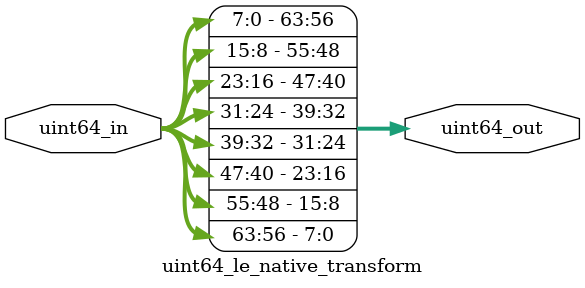
<source format=v>
module uint64_le_native_transform (
    input wire [63:0] uint64_in,
    output wire [63:0] uint64_out
);
    assign uint64_out = {
        uint64_in[ 7: 0],
        uint64_in[15: 8],
        uint64_in[23:16],
        uint64_in[31:24],
        uint64_in[39:32],
        uint64_in[47:40],
        uint64_in[55:48],
        uint64_in[63:56]
    };
endmodule
</source>
